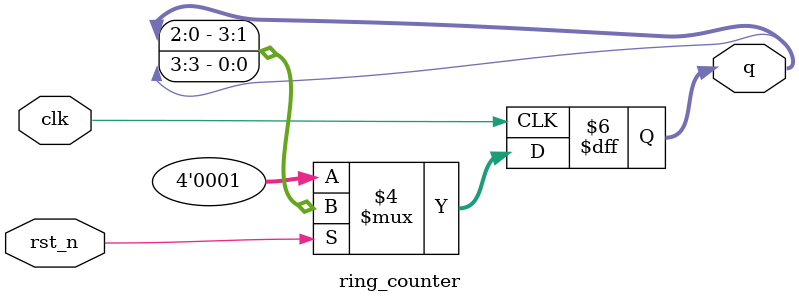
<source format=v>
module ring_counter(clk,rst_n,q);
    input clk;
    input rst_n;
    output reg [3:0] q;
    always @(posedge clk)
    begin
        if (~rst_n)
        begin
            q <= 4'b0001;
        end 
        else
        begin
            q <= {q[2:0], q[3]};
        end
    end
endmodule

</source>
